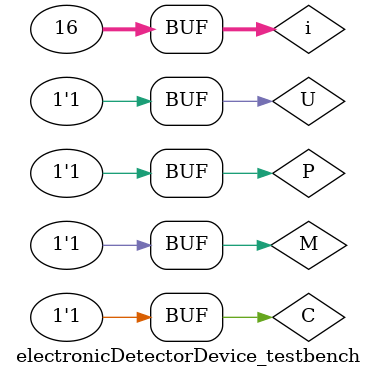
<source format=sv>
module electronicDetectorDevice (U, P, C, M, discount, stolen);   

	input logic U, P, C, M;
	output logic discount, stolen;

	// Logic to determine if LED for discount and LED for stolen should be on
 
	assign discount = P | (U & C);
	assign stolen = (U & ~P & ~M) | (~U & ~C & ~M);
 
endmodule  
 
module electronicDetectorDevice_testbench();  
	
	logic U, P, C, M, discount, stolen;
  
	electronicDetectorDevice dut (U, P, C, M, discount, stolen);  
  
	// Try all combinations of inputs.  
	integer i;   
	initial begin
 
	for(i = 0; i < 2**4; i++) begin  
		{U, P, C, M} = i; #10;  
	end //for loop
	
 end //initial
 
endmodule  
</source>
